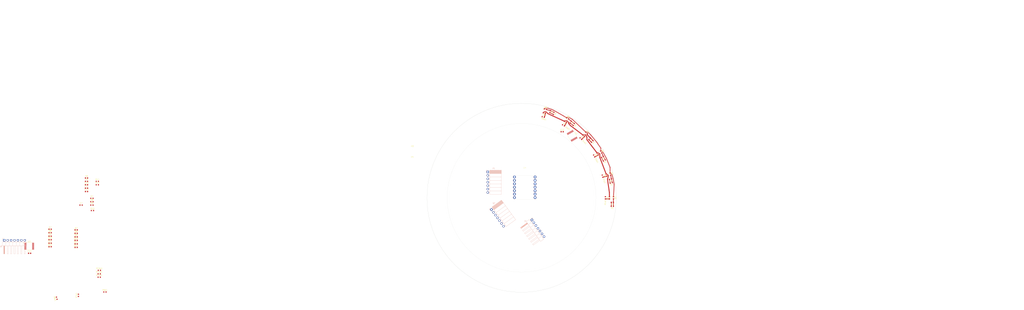
<source format=kicad_pcb>
(kicad_pcb (version 20241229) (generator "pcbnew") (generator_version "9.0")
  (layers (0 "F.Cu" signal) (2 "B.Cu" signal) (13 "F.Paste" user) (15 "B.Paste" user) (5 "F.SilkS" user "F.Silkscreen") (7 "B.SilkS" user "B.Silkscreen") (1 "F.Mask" user) (3 "B.Mask" user) (25 "Edge.Cuts" user))
  (net 0 "")
  (net 1 "GND1")
  (net 2 "Net-(Q7-E)")
  (net 3 "Net-(Q8-E)")
  (net 4 "Net-(D1-K)")
  (net 5 "Net-(D2-K)")
  (net 6 "MUX1C")
  (net 7 "Net-(Q4-E)")
  (net 8 "3v3_1")
  (net 10 "MUX1A")
  (net 11 "Net-(Q3-E)")
  (net 12 "MUX1B")
  (net 14 "MUX2B")
  (net 15 "MUX2C")
  (net 16 "Net-(Q11-E)")
  (net 17 "MUX2A")
  (net 20 "Net-(Q12-E)")
  (net 21 "LED_5V_1")
  (net 22 "MUX1COM")
  (net 23 "MUX2COM")
  (net 24 "Net-(Q1-E)")
  (net 25 "Net-(Q2-E)")
  (net 26 "Net-(Q5-E)")
  (net 27 "Net-(Q6-E)")
  (net 28 "Net-(Q9-E)")
  (net 29 "Net-(Q10-E)")
  (net 30 "Net-(D3-K)")
  (net 31 "Net-(D4-K)")
  (net 32 "Net-(D5-K)")
  (net 33 "Net-(D6-K)")
  (net 34 "Net-(D7-K)")
  (net 35 "Net-(D8-K)")
  (net 36 "Net-(D9-K)")
  (net 37 "Net-(D10-K)")
  (net 38 "Net-(D11-K)")
  (net 39 "Net-(D12-K)")
  (net 40 "3v3_1_Main")
  (net 41 "GND1_Main")
  (net 42 "MUX1A_Main")
  (net 43 "MUX1COM_Main")
  (net 44 "LED_5V_1_Main")
  (net 45 "MUX1B_Main")
  (net 46 "MUX1C_Main")
  (net 47 "MUX2B_Main")
  (net 48 "3v3_2_Main")
  (net 49 "MUX2COM_Main")
  (net 50 "MUX2A_Main")
  (net 51 "GND2_Main")
  (net 52 "LED_5V_2_Main")
  (net 53 "MUX2C_Main")
  (footprint "LED_SMD:LED_0603_1608Metric" (layer "F.Cu") (at 459.458704 49.959988 105)
    (property "Reference" "D2" (at 0 -1.43 105) (layer "F.SilkS"))
    (property "Value" "LED")
    (pad "1" smd roundrect (at -0.7875 0 105) (size 0.875 0.95) (layers "F.Cu" "F.Mask" "F.Paste") (net 5 "Net-(D2-K)"))
    (pad "2" smd roundrect (at 0.7875 0 105) (size 0.875 0.95) (layers "F.Cu" "F.Mask" "F.Paste") (net 21 "LED_5V_1"))
  )
  (footprint "Resistor_SMD:R_0603_1608Metric" (layer "F.Cu") (at 78.775 72.2)
    (property "Reference" "R9" (at 0 -1.43 0) (layer "F.SilkS"))
    (property "Value" "R")
    (pad "1" smd roundrect (at -0.825 0) (size 0.8 0.95) (layers "F.Cu" "F.Mask" "F.Paste") (net 28 "Net-(Q9-E)"))
    (pad "2" smd roundrect (at 0.825 0) (size 0.8 0.95) (layers "F.Cu" "F.Mask" "F.Paste") (net 1 "GND1"))
  )
  (footprint "LED_SMD:LED_0603_1608Metric" (layer "F.Cu") (at 430.673525 7.893499 -30)
    (property "Reference" "Q5" (at 0 -1.43 150) (layer "F.SilkS"))
    (property "Value" "Q_Photo_NPN")
    (pad "1" smd roundrect (at -0.7875 0 330) (size 0.875 0.95) (layers "F.Cu" "F.Mask" "F.Paste") (net 8 "3v3_1"))
    (pad "2" smd roundrect (at 0.7875 0 330) (size 0.875 0.95) (layers "F.Cu" "F.Mask" "F.Paste") (net 26 "Net-(Q5-E)"))
  )
  (footprint "LED_SMD:LED_0603_1608Metric" (layer "F.Cu") (at 67.1375 100.92)
    (property "Reference" "Q11" (at 0 -1.43 0) (layer "F.SilkS"))
    (property "Value" "Q_Photo_NPN")
    (pad "1" smd roundrect (at -0.7875 0) (size 0.875 0.95) (layers "F.Cu" "F.Mask" "F.Paste") (net 8 "3v3_1"))
    (pad "2" smd roundrect (at 0.7875 0) (size 0.875 0.95) (layers "F.Cu" "F.Mask" "F.Paste") (net 16 "Net-(Q11-E)"))
  )
  (footprint "Resistor_SMD:R_0603_1608Metric" (layer "F.Cu") (at 427.673525 13.089651 150)
    (property "Reference" "R5d1" (at -3.713165 -0.33139 150) (layer "F.SilkS"))
    (property "Value" "R")
    (pad "1" smd roundrect (at -0.825 0 150) (size 0.8 0.95) (layers "F.Cu" "F.Mask" "F.Paste") (net 32 "Net-(D5-K)"))
    (pad "2" smd roundrect (at 0.825 0 150) (size 0.8 0.95) (layers "F.Cu" "F.Mask" "F.Paste") (net 1 "GND1"))
  )
  (footprint "LED_SMD:LED_0603_1608Metric" (layer "F.Cu") (at 67.1375 95.74)
    (property "Reference" "Q9" (at 0 -1.43 0) (layer "F.SilkS"))
    (property "Value" "Q_Photo_NPN")
    (pad "1" smd roundrect (at -0.7875 0) (size 0.875 0.95) (layers "F.Cu" "F.Mask" "F.Paste") (net 8 "3v3_1"))
    (pad "2" smd roundrect (at 0.7875 0) (size 0.875 0.95) (layers "F.Cu" "F.Mask" "F.Paste") (net 28 "Net-(Q9-E)"))
  )
  (footprint "MountingHole:MountingHole_3.2mm_M3" (layer "F.Cu") (at 315.823525 40.633226)
    (property "Reference" "H4" (at 0 -4.15 0) (layer "F.SilkS"))
    (property "Value" "MountingHole")
    (pad "" np_thru_hole circle (at 0 0) (size 3.2 3.2) (drill 3.2) (layers "*.Cu" "*.Mask"))
  )
  (footprint "Capacitor_SMD:C_0603_1608Metric" (layer "F.Cu") (at 463.823525 70.133226 180)
    (property "Reference" "C1" (at 0 -1.43 0) (layer "F.SilkS"))
    (property "Value" "C")
    (pad "1" smd roundrect (at -0.775 0 180) (size 0.9 0.95) (layers "F.Cu" "F.Mask" "F.Paste") (net 24 "Net-(Q1-E)"))
    (pad "2" smd roundrect (at 0.775 0 180) (size 0.9 0.95) (layers "F.Cu" "F.Mask" "F.Paste") (net 1 "GND1"))
  )
  (footprint "Resistor_SMD:R_0603_1608Metric" (layer "F.Cu") (at 456.560926 50.736445 105)
    (property "Reference" "R2d1" (at -3.752712 0.301603 105) (layer "F.SilkS"))
    (property "Value" "R")
    (pad "1" smd roundrect (at -0.825 0 105) (size 0.8 0.95) (layers "F.Cu" "F.Mask" "F.Paste") (net 5 "Net-(D2-K)"))
    (pad "2" smd roundrect (at 0.825 0 105) (size 0.8 0.95) (layers "F.Cu" "F.Mask" "F.Paste") (net 1 "GND1"))
  )
  (footprint "LED_SMD:LED_0603_1608Metric" (layer "F.Cu") (at 462.356481 49.183531 -75)
    (property "Reference" "Q2" (at 0 -1.43 105) (layer "F.SilkS"))
    (property "Value" "Q_Photo_NPN")
    (pad "1" smd roundrect (at -0.7875 0 285) (size 0.875 0.95) (layers "F.Cu" "F.Mask" "F.Paste") (net 8 "3v3_1"))
    (pad "2" smd roundrect (at 0.7875 0 285) (size 0.875 0.95) (layers "F.Cu" "F.Mask" "F.Paste") (net 25 "Net-(Q2-E)"))
  )
  (footprint "LED_SMD:LED_0603_1608Metric" (layer "F.Cu") (at 47.8625 97.84)
    (property "Reference" "D10" (at 0 -1.43 0) (layer "F.SilkS"))
    (property "Value" "LED")
    (pad "1" smd roundrect (at -0.7875 0) (size 0.875 0.95) (layers "F.Cu" "F.Mask" "F.Paste") (net 37 "Net-(D10-K)"))
    (pad "2" smd roundrect (at 0.7875 0) (size 0.875 0.95) (layers "F.Cu" "F.Mask" "F.Paste") (net 21 "LED_5V_1"))
  )
  (footprint "Capacitor_SMD:C_0603_1608Metric" (layer "F.Cu") (at 74.765 62.16)
    (property "Reference" "C12" (at 0 -1.43 0) (layer "F.SilkS"))
    (property "Value" "C")
    (pad "1" smd roundrect (at -0.775 0) (size 0.9 0.95) (layers "F.Cu" "F.Mask" "F.Paste") (net 20 "Net-(Q12-E)"))
    (pad "2" smd roundrect (at 0.775 0) (size 0.9 0.95) (layers "F.Cu" "F.Mask" "F.Paste") (net 1 "GND1"))
  )
  (footprint "Resistor_SMD:R_0603_1608Metric" (layer "F.Cu") (at 412.720306 6.895825 165)
    (property "Reference" "R6d1" (at -0.896922 -1.403069 165) (layer "F.SilkS"))
    (property "Value" "R")
    (pad "1" smd roundrect (at -0.825 0 165) (size 0.8 0.95) (layers "F.Cu" "F.Mask" "F.Paste") (net 33 "Net-(D6-K)"))
    (pad "2" smd roundrect (at 0.825 0 165) (size 0.8 0.95) (layers "F.Cu" "F.Mask" "F.Paste") (net 1 "GND1"))
  )
  (footprint "Capacitor_SMD:C_0603_1608Metric" (layer "F.Cu") (at 447.023525 22.983226 -135)
    (property "Reference" "C4" (at 0 -1.43 45) (layer "F.SilkS"))
    (property "Value" "C")
    (pad "1" smd roundrect (at -0.775 0 225) (size 0.9 0.95) (layers "F.Cu" "F.Mask" "F.Paste") (net 7 "Net-(Q4-E)"))
    (pad "2" smd roundrect (at 0.775 0 225) (size 0.9 0.95) (layers "F.Cu" "F.Mask" "F.Paste") (net 1 "GND1"))
  )
  (footprint "LED_SMD:LED_0603_1608Metric" (layer "F.Cu") (at 67.1375 98.33)
    (property "Reference" "Q10" (at 0 -1.43 0) (layer "F.SilkS"))
    (property "Value" "Q_Photo_NPN")
    (pad "1" smd roundrect (at -0.7875 0) (size 0.875 0.95) (layers "F.Cu" "F.Mask" "F.Paste") (net 8 "3v3_1"))
    (pad "2" smd roundrect (at 0.7875 0) (size 0.875 0.95) (layers "F.Cu" "F.Mask" "F.Paste") (net 29 "Net-(Q10-E)"))
  )
  (footprint "LED_SMD:LED_0603_1608Metric" (layer "F.Cu") (at 67.1375 93.15)
    (property "Reference" "Q8" (at 0 -1.43 0) (layer "F.SilkS"))
    (property "Value" "Q_Photo_NPN")
    (pad "1" smd roundrect (at -0.7875 0) (size 0.875 0.95) (layers "F.Cu" "F.Mask" "F.Paste") (net 8 "3v3_1"))
    (pad "2" smd roundrect (at 0.7875 0) (size 0.875 0.95) (layers "F.Cu" "F.Mask" "F.Paste") (net 3 "Net-(Q8-E)"))
  )
  (footprint "LED_SMD:LED_0603_1608Metric" (layer "F.Cu") (at 461.673525 66.783226 90)
    (property "Reference" "D1" (at 0 -1.43 90) (layer "F.SilkS"))
    (property "Value" "LED")
    (pad "1" smd roundrect (at -0.7875 0 90) (size 0.875 0.95) (layers "F.Cu" "F.Mask" "F.Paste") (net 4 "Net-(D1-K)"))
    (pad "2" smd roundrect (at 0.7875 0 90) (size 0.875 0.95) (layers "F.Cu" "F.Mask" "F.Paste") (net 21 "LED_5V_1"))
  )
  (footprint "Resistor_SMD:R_0603_1608Metric" (layer "F.Cu") (at 463.823525 73.083226 180)
    (property "Reference" "R1" (at 0 -1.43 0) (layer "F.SilkS"))
    (property "Value" "R")
    (pad "1" smd roundrect (at -0.825 0 180) (size 0.8 0.95) (layers "F.Cu" "F.Mask" "F.Paste") (net 24 "Net-(Q1-E)"))
    (pad "2" smd roundrect (at 0.825 0 180) (size 0.8 0.95) (layers "F.Cu" "F.Mask" "F.Paste") (net 1 "GND1"))
  )
  (footprint "LED_SMD:LED_0603_1608Metric" (layer "F.Cu") (at 414.27322 1.10027 -15)
    (property "Reference" "Q6" (at 0 -1.43 165) (layer "F.SilkS"))
    (property "Value" "Q_Photo_NPN")
    (pad "1" smd roundrect (at -0.7875 0 345) (size 0.875 0.95) (layers "F.Cu" "F.Mask" "F.Paste") (net 8 "3v3_1"))
    (pad "2" smd roundrect (at 0.7875 0 345) (size 0.875 0.95) (layers "F.Cu" "F.Mask" "F.Paste") (net 27 "Net-(Q6-E)"))
  )
  (footprint "LED_SMD:LED_0603_1608Metric" (layer "F.Cu") (at 413.496763 3.998047 165)
    (property "Reference" "D6" (at 0 -1.43 165) (layer "F.SilkS"))
    (property "Value" "LED")
    (pad "1" smd roundrect (at -0.7875 0 165) (size 0.875 0.95) (layers "F.Cu" "F.Mask" "F.Paste") (net 33 "Net-(D6-K)"))
    (pad "2" smd roundrect (at 0.7875 0 165) (size 0.875 0.95) (layers "F.Cu" "F.Mask" "F.Paste") (net 21 "LED_5V_1"))
  )
  (footprint "Capacitor_SMD:C_0603_1608Metric" (layer "F.Cu") (at 426.723525 17.833226)
    (property "Reference" "C13" (at 0 -1.43 0) (layer "F.SilkS"))
    (property "Value" "C")
    (pad "1" smd roundrect (at -0.775 0) (size 0.9 0.95) (layers "F.Cu" "F.Mask" "F.Paste") (net 1 "GND1"))
    (pad "2" smd roundrect (at 0.775 0) (size 0.9 0.95) (layers "F.Cu" "F.Mask" "F.Paste") (net 8 "3v3_1"))
  )
  (footprint "Resistor_SMD:R_0603_1608Metric" (layer "F.Cu") (at 84.295 120.54)
    (property "Reference" "R10d1" (at 0 -1.43 0) (layer "F.SilkS"))
    (property "Value" "R")
    (pad "1" smd roundrect (at -0.825 0) (size 0.8 0.95) (layers "F.Cu" "F.Mask" "F.Paste") (net 37 "Net-(D10-K)"))
    (pad "2" smd roundrect (at 0.825 0) (size 0.8 0.95) (layers "F.Cu" "F.Mask" "F.Paste") (net 1 "GND1"))
  )
  (footprint "Capacitor_SMD:C_0603_1608Metric" (layer "F.Cu") (at 74.765 52.12)
    (property "Reference" "C8" (at 0 -1.43 0) (layer "F.SilkS"))
    (property "Value" "C")
    (pad "1" smd roundrect (at -0.775 0) (size 0.9 0.95) (layers "F.Cu" "F.Mask" "F.Paste") (net 3 "Net-(Q8-E)"))
    (pad "2" smd roundrect (at 0.775 0) (size 0.9 0.95) (layers "F.Cu" "F.Mask" "F.Paste") (net 1 "GND1"))
  )
  (footprint "Capacitor_SMD:C_0603_1608Metric" (layer "F.Cu") (at 462.373525 52.933226 -165)
    (property "Reference" "C2" (at -0.000001 -1.43 15) (layer "F.SilkS"))
    (property "Value" "C")
    (pad "1" smd roundrect (at -0.775001 0 195) (size 0.9 0.95) (layers "F.Cu" "F.Mask" "F.Paste") (net 25 "Net-(Q2-E)"))
    (pad "2" smd roundrect (at 0.775001 0 195) (size 0.9 0.95) (layers "F.Cu" "F.Mask" "F.Paste") (net 1 "GND1"))
  )
  (footprint "Capacitor_SMD:C_0603_1608Metric" (layer "F.Cu") (at 32.65 107.9)
    (property "Reference" "C14" (at 0 -1.43 0) (layer "F.SilkS"))
    (property "Value" "C")
    (pad "1" smd roundrect (at -0.775 0) (size 0.9 0.95) (layers "F.Cu" "F.Mask" "F.Paste") (net 1 "GND1"))
    (pad "2" smd roundrect (at 0.775 0) (size 0.9 0.95) (layers "F.Cu" "F.Mask" "F.Paste") (net 8 "3v3_1"))
  )
  (footprint "LED_SMD:LED_0603_1608Metric" (layer "F.Cu") (at 47.8625 100.43)
    (property "Reference" "D11" (at 0 -1.43 0) (layer "F.SilkS"))
    (property "Value" "LED")
    (pad "1" smd roundrect (at -0.7875 0) (size 0.875 0.95) (layers "F.Cu" "F.Mask" "F.Paste") (net 38 "Net-(D11-K)"))
    (pad "2" smd roundrect (at 0.7875 0) (size 0.875 0.95) (layers "F.Cu" "F.Mask" "F.Paste") (net 21 "LED_5V_1"))
  )
  (footprint "MountingHole:MountingHole_3.2mm_M3" (layer "F.Cu") (at 315.823525 32.683226)
    (property "Reference" "H3" (at 0 -4.15 0) (layer "F.SilkS"))
    (property "Value" "MountingHole")
    (pad "" np_thru_hole circle (at 0 0) (size 3.2 3.2) (drill 3.2) (layers "*.Cu" "*.Mask"))
  )
  (footprint "LED_SMD:LED_0603_1608Metric" (layer "F.Cu") (at 47.8625 90.07)
    (property "Reference" "D7" (at 0 -1.43 0) (layer "F.SilkS"))
    (property "Value" "LED")
    (pad "1" smd roundrect (at -0.7875 0) (size 0.875 0.95) (layers "F.Cu" "F.Mask" "F.Paste") (net 34 "Net-(D7-K)"))
    (pad "2" smd roundrect (at 0.7875 0) (size 0.875 0.95) (layers "F.Cu" "F.Mask" "F.Paste") (net 21 "LED_5V_1"))
  )
  (footprint "Resistor_SMD:R_0603_1608Metric" (layer "F.Cu") (at 78.775 69.69)
    (property "Reference" "R8" (at 0 -1.43 0) (layer "F.SilkS"))
    (property "Value" "R")
    (pad "1" smd roundrect (at -0.825 0) (size 0.8 0.95) (layers "F.Cu" "F.Mask" "F.Paste") (net 3 "Net-(Q8-E)"))
    (pad "2" smd roundrect (at 0.825 0) (size 0.8 0.95) (layers "F.Cu" "F.Mask" "F.Paste") (net 1 "GND1"))
  )
  (footprint "Package_SO:TSSOP-16_4.4x5mm_P0.65mm" (layer "F.Cu") (at 434.073525 20.833226 -60)
    (property "Reference" "U1" (at 0 -3.449999 120) (layer "F.SilkS"))
    (property "Value" "~")
    (pad "1" smd roundrect (at -2.8625 -2.275 300) (size 1.475 0.4) (layers "F.Cu" "F.Mask" "F.Paste") (net 7 "Net-(Q4-E)"))
    (pad "2" smd roundrect (at -2.8625 -1.625 300) (size 1.475 0.4) (layers "F.Cu" "F.Mask" "F.Paste") (net 11 "Net-(Q3-E)"))
    (pad "3" smd roundrect (at -2.8625 -0.975 300) (size 1.475 0.4) (layers "F.Cu" "F.Mask" "F.Paste") (net 22 "MUX1COM"))
    (pad "4" smd roundrect (at -2.8625 -0.325 300) (size 1.475 0.4) (layers "F.Cu" "F.Mask" "F.Paste") (net 25 "Net-(Q2-E)"))
    (pad "5" smd roundrect (at -2.8625 0.325 300) (size 1.475 0.4) (layers "F.Cu" "F.Mask" "F.Paste") (net 24 "Net-(Q1-E)"))
    (pad "6" smd roundrect (at -2.8625 0.975 300) (size 1.475 0.4) (layers "F.Cu" "F.Mask" "F.Paste") (net 1 "GND1"))
    (pad "7" smd roundrect (at -2.8625 1.625 300) (size 1.475 0.4) (layers "F.Cu" "F.Mask" "F.Paste") (net 1 "GND1"))
    (pad "8" smd roundrect (at -2.8625 2.275 300) (size 1.475 0.4) (layers "F.Cu" "F.Mask" "F.Paste") (net 1 "GND1"))
    (pad "9" smd roundrect (at 2.8625 2.275 300) (size 1.475 0.4) (layers "F.Cu" "F.Mask" "F.Paste") (net 6 "MUX1C"))
    (pad "10" smd roundrect (at 2.8625 1.625 300) (size 1.475 0.4) (layers "F.Cu" "F.Mask" "F.Paste") (net 12 "MUX1B"))
    (pad "11" smd roundrect (at 2.8625 0.975 300) (size 1.475 0.4) (layers "F.Cu" "F.Mask" "F.Paste") (net 10 "MUX1A"))
    (pad "12" smd roundrect (at 2.8625 0.325 300) (size 1.475 0.4) (layers "F.Cu" "F.Mask" "F.Paste"))
    (pad "13" smd roundrect (at 2.8625 -0.325 300) (size 1.475 0.4) (layers "F.Cu" "F.Mask" "F.Paste"))
    (pad "14" smd roundrect (at 2.8625 -0.975 300) (size 1.475 0.4) (layers "F.Cu" "F.Mask" "F.Paste") (net 27 "Net-(Q6-E)"))
    (pad "15" smd roundrect (at 2.8625 -1.625 300) (size 1.475 0.4) (layers "F.Cu" "F.Mask" "F.Paste") (net 26 "Net-(Q5-E)"))
    (pad "16" smd roundrect (at 2.8625 -2.275 300) (size 1.475 0.4) (layers "F.Cu" "F.Mask" "F.Paste") (net 8 "3v3_1"))
  )
  (footprint "Resistor_SMD:R_0603_1608Metric" (layer "F.Cu") (at 463.026636 55.746752 -165)
    (property "Reference" "R2" (at 0 -1.43 15) (layer "F.SilkS"))
    (property "Value" "R")
    (pad "1" smd roundrect (at -0.825 0 195) (size 0.8 0.95) (layers "F.Cu" "F.Mask" "F.Paste") (net 25 "Net-(Q2-E)"))
    (pad "2" smd roundrect (at 0.825 0 195) (size 0.8 0.95) (layers "F.Cu" "F.Mask" "F.Paste") (net 1 "GND1"))
  )
  (footprint "MountingHole:MountingHole_3.2mm_M3" (layer "F.Cu") (at 420.117393 11.552935)
    (property "Reference" "H2" (hide yes))
    (property "Value" "MountingHole" (hide yes))
    (pad "" np_thru_hole circle (at 0 0) (size 3.2 3.2) (drill 3.2) (layers "*.Cu" "*.Mask"))
  )
  (footprint "Resistor_SMD:R_0603_1608Metric" (layer "F.Cu") (at 82.785 57.14)
    (property "Reference" "R12" (at 0 -1.43 0) (layer "F.SilkS"))
    (property "Value" "R")
    (pad "1" smd roundrect (at -0.825 0) (size 0.8 0.95) (layers "F.Cu" "F.Mask" "F.Paste") (net 20 "Net-(Q12-E)"))
    (pad "2" smd roundrect (at 0.825 0) (size 0.8 0.95) (layers "F.Cu" "F.Mask" "F.Paste") (net 1 "GND1"))
  )
  (footprint "Resistor_SMD:R_0603_1608Metric" (layer "F.Cu") (at 88.395 136.59)
    (property "Reference" "R9d1" (at 0 -1.43 0) (layer "F.SilkS"))
    (property "Value" "R")
    (pad "1" smd roundrect (at -0.825 0) (size 0.8 0.95) (layers "F.Cu" "F.Mask" "F.Paste") (net 36 "Net-(D9-K)"))
    (pad "2" smd roundrect (at 0.825 0) (size 0.8 0.95) (layers "F.Cu" "F.Mask" "F.Paste") (net 1 "GND1"))
  )
  (footprint "Resistor_SMD:R_0603_1608Metric" (layer "F.Cu") (at 450.3671 35.783226 120)
    (property "Reference" "R3d1" (at -3.916 -0.117289 120) (layer "F.SilkS"))
    (property "Value" "R")
    (pad "1" smd roundrect (at -0.825 0 120) (size 0.8 0.95) (layers "F.Cu" "F.Mask" "F.Paste") (net 30 "Net-(D3-K)"))
    (pad "2" smd roundrect (at 0.825 0 120) (size 0.8 0.95) (layers "F.Cu" "F.Mask" "F.Paste") (net 1 "GND1"))
  )
  (footprint "LED_SMD:LED_0603_1608Metric" (layer "F.Cu") (at 67.1375 103.51)
    (property "Reference" "Q12" (at 0 -1.43 0) (layer "F.SilkS"))
    (property "Value" "Q_Photo_NPN")
    (pad "1" smd roundrect (at -0.7875 0) (size 0.875 0.95) (layers "F.Cu" "F.Mask" "F.Paste") (net 8 "3v3_1"))
    (pad "2" smd roundrect (at 0.7875 0) (size 0.875 0.95) (layers "F.Cu" "F.Mask" "F.Paste") (net 20 "Net-(Q12-E)"))
  )
  (footprint "Resistor_SMD:R_0603_1608Metric" (layer "F.Cu") (at 420.423525 4.233226 -105)
    (property "Reference" "R6" (at 0 -1.43 75) (layer "F.SilkS"))
    (property "Value" "R")
    (pad "1" smd roundrect (at -0.825 0 255) (size 0.8 0.95) (layers "F.Cu" "F.Mask" "F.Paste") (net 27 "Net-(Q6-E)"))
    (pad "2" smd roundrect (at 0.825 0 255) (size 0.8 0.95) (layers "F.Cu" "F.Mask" "F.Paste") (net 1 "GND1"))
  )
  (footprint "Resistor_SMD:R_0603_1608Metric" (layer "F.Cu") (at 435.311025 12.497697 -120)
    (property "Reference" "R5" (at 0 -1.43 60) (layer "F.SilkS"))
    (property "Value" "R")
    (pad "1" smd roundrect (at -0.825 0 240) (size 0.8 0.95) (layers "F.Cu" "F.Mask" "F.Paste") (net 26 "Net-(Q5-E)"))
    (pad "2" smd roundrect (at 0.825 0 240) (size 0.8 0.95) (layers "F.Cu" "F.Mask" "F.Paste") (net 1 "GND1"))
  )
  (footprint "Resistor_SMD:R_0603_1608Metric" (layer "F.Cu") (at 70.755 72.2)
    (property "Reference" "C7" (at 0 -1.43 0) (layer "F.SilkS"))
    (property "Value" "C")
    (pad "1" smd roundrect (at -0.825 0) (size 0.8 0.95) (layers "F.Cu" "F.Mask" "F.Paste") (net 2 "Net-(Q7-E)"))
    (pad "2" smd roundrect (at 0.825 0) (size 0.8 0.95) (layers "F.Cu" "F.Mask" "F.Paste") (net 1 "GND1"))
  )
  (footprint "LED_SMD:LED_0603_1608Metric" (layer "F.Cu") (at 47.8625 92.66)
    (property "Reference" "D8" (at 0 -1.43 0) (layer "F.SilkS"))
    (property "Value" "LED")
    (pad "1" smd roundrect (at -0.7875 0) (size 0.875 0.95) (layers "F.Cu" "F.Mask" "F.Paste") (net 35 "Net-(D8-K)"))
    (pad "2" smd roundrect (at 0.7875 0) (size 0.875 0.95) (layers "F.Cu" "F.Mask" "F.Paste") (net 21 "LED_5V_1"))
  )
  (footprint "Capacitor_SMD:C_0603_1608Metric" (layer "F.Cu") (at 433.023525 10.683226 -120)
    (property "Reference" "C5" (at 0 -1.43 60) (layer "F.SilkS"))
    (property "Value" "C")
    (pad "1" smd roundrect (at -0.775 0 240) (size 0.9 0.95) (layers "F.Cu" "F.Mask" "F.Paste") (net 26 "Net-(Q5-E)"))
    (pad "2" smd roundrect (at 0.775 0 240) (size 0.9 0.95) (layers "F.Cu" "F.Mask" "F.Paste") (net 1 "GND1"))
  )
  (footprint "LED_SMD:LED_0603_1608Metric" (layer "F.Cu") (at 67.1375 90.56)
    (property "Reference" "Q7" (at 0 -1.43 0) (layer "F.SilkS"))
    (property "Value" "Q_Photo_NPN")
    (pad "1" smd roundrect (at -0.7875 0) (size 0.875 0.95) (layers "F.Cu" "F.Mask" "F.Paste") (net 8 "3v3_1"))
    (pad "2" smd roundrect (at 0.7875 0) (size 0.875 0.95) (layers "F.Cu" "F.Mask" "F.Paste") (net 2 "Net-(Q7-E)"))
  )
  (footprint "Resistor_SMD:R_0603_1608Metric" (layer "F.Cu") (at 440.514145 22.942606 135)
    (property "Reference" "R4d1" (at -3.747666 -0.057445 135) (layer "F.SilkS"))
    (property "Value" "R")
    (pad "1" smd roundrect (at -0.825 0 135) (size 0.8 0.95) (layers "F.Cu" "F.Mask" "F.Paste") (net 31 "Net-(D4-K)"))
    (pad "2" smd roundrect (at 0.825 0 135) (size 0.8 0.95) (layers "F.Cu" "F.Mask" "F.Paste") (net 1 "GND1"))
  )
  (footprint "Capacitor_SMD:C_0603_1608Metric" (layer "F.Cu") (at 456.444695 36.445726 -150)
    (property "Reference" "C3" (at 0 -1.43 30) (layer "F.SilkS"))
    (property "Value" "C")
    (pad "1" smd roundrect (at -0.775 0 210) (size 0.9 0.95) (layers "F.Cu" "F.Mask" "F.Paste") (net 11 "Net-(Q3-E)"))
    (pad "2" smd roundrect (at 0.775 0 210) (size 0.9 0.95) (layers "F.Cu" "F.Mask" "F.Paste") (net 1 "GND1"))
  )
  (footprint "Resistor_SMD:R_0603_1608Metric" (layer "F.Cu") (at 79.175 76.25)
    (property "Reference" "R10" (at 0 -1.43 0) (layer "F.SilkS"))
    (property "Value" "R")
    (pad "1" smd roundrect (at -0.825 0) (size 0.8 0.95) (layers "F.Cu" "F.Mask" "F.Paste") (net 29 "Net-(Q10-E)"))
    (pad "2" smd roundrect (at 0.825 0) (size 0.8 0.95) (layers "F.Cu" "F.Mask" "F.Paste") (net 1 "GND1"))
  )
  (footprint "LED_SMD:LED_0603_1608Metric" (layer "F.Cu") (at 429.123525 10.491575 150)
    (property "Reference" "D5" (at 0 -1.43 150) (layer "F.SilkS"))
    (property "Value" "LED")
    (pad "1" smd roundrect (at -0.7875 0 150) (size 0.875 0.95) (layers "F.Cu" "F.Mask" "F.Paste") (net 32 "Net-(D5-K)"))
    (pad "2" smd roundrect (at 0.7875 0 150) (size 0.875 0.95) (layers "F.Cu" "F.Mask" "F.Paste") (net 21 "LED_5V_1"))
  )
  (footprint "Resistor_SMD:R_0603_1608Metric" (layer "F.Cu") (at 448.990162 25.066589 -135)
    (property "Reference" "R4" (at 0 -1.43 45) (layer "F.SilkS"))
    (property "Value" "R")
    (pad "1" smd roundrect (at -0.825 0 225) (size 0.8 0.95) (layers "F.Cu" "F.Mask" "F.Paste") (net 7 "Net-(Q4-E)"))
    (pad "2" smd roundrect (at 0.825 0 225) (size 0.8 0.95) (layers "F.Cu" "F.Mask" "F.Paste") (net 1 "GND1"))
  )
  (footprint "MountingHole:MountingHole_3.2mm_M3" (layer "F.Cu") (at 456.226294 59.471065)
    (property "Reference" "H1" (hide yes))
    (property "Value" "MountingHole" (hide yes))
    (pad "" np_thru_hole circle (at 0 0) (size 3.2 3.2) (drill 3.2) (layers "*.Cu" "*.Mask"))
  )
  (footprint "Capacitor_SMD:C_0603_1608Metric" (layer "F.Cu") (at 74.765 54.63)
    (property "Reference" "C9" (at 0 -1.43 0) (layer "F.SilkS"))
    (property "Value" "C")
    (pad "1" smd roundrect (at -0.775 0) (size 0.9 0.95) (layers "F.Cu" "F.Mask" "F.Paste") (net 28 "Net-(Q9-E)"))
    (pad "2" smd roundrect (at 0.775 0) (size 0.9 0.95) (layers "F.Cu" "F.Mask" "F.Paste") (net 1 "GND1"))
  )
  (footprint "LED_SMD:LED_0603_1608Metric" (layer "F.Cu") (at 452.965176 34.283226 120)
    (property "Reference" "D3" (at 0 -1.43 120) (layer "F.SilkS"))
    (property "Value" "LED")
    (pad "1" smd roundrect (at -0.7875 0 120) (size 0.875 0.95) (layers "F.Cu" "F.Mask" "F.Paste") (net 30 "Net-(D3-K)"))
    (pad "2" smd roundrect (at 0.7875 0 120) (size 0.875 0.95) (layers "F.Cu" "F.Mask" "F.Paste") (net 21 "LED_5V_1"))
  )
  (footprint "Resistor_SMD:R_0603_1608Metric" (layer "F.Cu") (at 52.753219 141.187599 105)
    (property "Reference" "R8d1" (at 0 -1.43 105) (layer "F.SilkS"))
    (property "Value" "R")
    (pad "1" smd roundrect (at -0.825 0 105) (size 0.8 0.95) (layers "F.Cu" "F.Mask" "F.Paste") (net 35 "Net-(D8-K)"))
    (pad "2" smd roundrect (at 0.825 0 105) (size 0.8 0.95) (layers "F.Cu" "F.Mask" "F.Paste") (net 1 "GND1"))
  )
  (footprint "Resistor_SMD:R_0603_1608Metric" (layer "F.Cu") (at 457.887996 39.120726 -150)
    (property "Reference" "R3" (at 0 -1.43 30) (layer "F.SilkS"))
    (property "Value" "R")
    (pad "1" smd roundrect (at -0.825 0 210) (size 0.8 0.95) (layers "F.Cu" "F.Mask" "F.Paste") (net 11 "Net-(Q3-E)"))
    (pad "2" smd roundrect (at 0.825 0 210) (size 0.8 0.95) (layers "F.Cu" "F.Mask" "F.Paste") (net 1 "GND1"))
  )
  (footprint "LED_SMD:LED_0603_1608Metric" (layer "F.Cu") (at 47.8625 103.02)
    (property "Reference" "D12" (at 0 -1.43 0) (layer "F.SilkS"))
    (property "Value" "LED")
    (pad "1" smd roundrect (at -0.7875 0) (size 0.875 0.95) (layers "F.Cu" "F.Mask" "F.Paste") (net 39 "Net-(D12-K)"))
    (pad "2" smd roundrect (at 0.7875 0) (size 0.875 0.95) (layers "F.Cu" "F.Mask" "F.Paste") (net 21 "LED_5V_1"))
  )
  (footprint "Capacitor_SMD:C_0603_1608Metric" (layer "F.Cu") (at 74.765 59.65)
    (property "Reference" "C11" (at 0 -1.43 0) (layer "F.SilkS"))
    (property "Value" "C")
    (pad "1" smd roundrect (at -0.775 0) (size 0.9 0.95) (layers "F.Cu" "F.Mask" "F.Paste") (net 16 "Net-(Q11-E)"))
    (pad "2" smd roundrect (at 0.775 0) (size 0.9 0.95) (layers "F.Cu" "F.Mask" "F.Paste") (net 1 "GND1"))
  )
  (footprint "LED_SMD:LED_0603_1608Metric" (layer "F.Cu") (at 455.563252 32.783226 -60)
    (property "Reference" "Q3" (at 0 -1.43 120) (layer "F.SilkS"))
    (property "Value" "Q_Photo_NPN")
    (pad "1" smd roundrect (at -0.7875 0 300) (size 0.875 0.95) (layers "F.Cu" "F.Mask" "F.Paste") (net 8 "3v3_1"))
    (pad "2" smd roundrect (at 0.7875 0 300) (size 0.875 0.95) (layers "F.Cu" "F.Mask" "F.Paste") (net 11 "Net-(Q3-E)"))
  )
  (footprint "Resistor_SMD:R_0603_1608Metric" (layer "F.Cu") (at 84.175 125.65)
    (property "Reference" "R12d1" (at 0 -1.43 0) (layer "F.SilkS"))
    (property "Value" "R")
    (pad "1" smd roundrect (at -0.825 0) (size 0.8 0.95) (layers "F.Cu" "F.Mask" "F.Paste") (net 39 "Net-(D12-K)"))
    (pad "2" smd roundrect (at 0.825 0) (size 0.8 0.95) (layers "F.Cu" "F.Mask" "F.Paste") (net 1 "GND1"))
  )
  (footprint "Resistor_SMD:R_0603_1608Metric" (layer "F.Cu") (at 82.785 54.63)
    (property "Reference" "R11" (at 0 -1.43 0) (layer "F.SilkS"))
    (property "Value" "R")
    (pad "1" smd roundrect (at -0.825 0) (size 0.8 0.95) (layers "F.Cu" "F.Mask" "F.Paste") (net 16 "Net-(Q11-E)"))
    (pad "2" smd roundrect (at 0.825 0) (size 0.8 0.95) (layers "F.Cu" "F.Mask" "F.Paste") (net 1 "GND1"))
  )
  (footprint "LED_SMD:LED_0603_1608Metric" (layer "F.Cu") (at 464.673525 66.783226 -90)
    (property "Reference" "Q1" (at 0 -1.43 90) (layer "F.SilkS"))
    (property "Value" "Q_Photo_NPN")
    (pad "1" smd roundrect (at -0.7875 0 270) (size 0.875 0.95) (layers "F.Cu" "F.Mask" "F.Paste") (net 8 "3v3_1"))
    (pad "2" smd roundrect (at 0.7875 0 270) (size 0.875 0.95) (layers "F.Cu" "F.Mask" "F.Paste") (net 24 "Net-(Q1-E)"))
  )
  (footprint "seeeduino:名称未設定" (layer "F.Cu") (at 399.023525 58.983226)
    (property "Reference" "U4" (at 0 -14.5 0) (layer "F.SilkS") (effects (font (thickness 0.1))))
    (property "Value" "~")
    (fp_poly (pts (xy -8.89 -8.89) (xy -8.89 8.89) (xy 8.89 8.89) (xy 8.89 -8.89)) (stroke (width 0.05)) (fill no) (layer "Edge.Cuts"))
    (pad "1" thru_hole circle (at -7.62 -7.62) (size 2 2) (drill 1) (layers "*.Cu" "*.Mask"))
    (pad "2" thru_hole circle (at -7.62 -5.08) (size 2 2) (drill 1) (layers "*.Cu" "*.Mask"))
    (pad "3" thru_hole circle (at -7.62 -2.54) (size 2 2) (drill 1) (layers "*.Cu" "*.Mask"))
    (pad "4" thru_hole circle (at -7.62 0) (size 2 2) (drill 1) (layers "*.Cu" "*.Mask"))
    (pad "5" thru_hole circle (at -7.62 2.54) (size 2 2) (drill 1) (layers "*.Cu" "*.Mask"))
    (pad "6" thru_hole circle (at -7.62 5.08) (size 2 2) (drill 1) (layers "*.Cu" "*.Mask"))
    (pad "7" thru_hole circle (at -7.62 7.62) (size 2 2) (drill 1) (layers "*.Cu" "*.Mask"))
    (pad "8" thru_hole circle (at 7.62 7.62) (size 2 2) (drill 1) (layers "*.Cu" "*.Mask"))
    (pad "9" thru_hole circle (at 7.62 5.08) (size 2 2) (drill 1) (layers "*.Cu" "*.Mask"))
    (pad "10" thru_hole circle (at 7.62 2.54) (size 2 2) (drill 1) (layers "*.Cu" "*.Mask"))
    (pad "11" thru_hole circle (at 7.62 0) (size 2 2) (drill 1) (layers "*.Cu" "*.Mask"))
    (pad "12" thru_hole circle (at 7.62 -2.54) (size 2 2) (drill 1) (layers "*.Cu" "*.Mask"))
    (pad "13" thru_hole circle (at 7.62 -5.08) (size 2 2) (drill 1) (layers "*.Cu" "*.Mask"))
    (pad "14" thru_hole circle (at 7.62 -7.62) (size 2 2) (drill 1) (layers "*.Cu" "*.Mask"))
  )
  (footprint "LED_SMD:LED_0603_1608Metric" (layer "F.Cu") (at 442.635466 20.821285 135)
    (property "Reference" "D4" (at 0 -1.43 135) (layer "F.SilkS"))
    (property "Value" "LED")
    (pad "1" smd roundrect (at -0.787501 0 135) (size 0.875 0.95) (layers "F.Cu" "F.Mask" "F.Paste") (net 31 "Net-(D4-K)"))
    (pad "2" smd roundrect (at 0.787501 0 135) (size 0.875 0.95) (layers "F.Cu" "F.Mask" "F.Paste") (net 21 "LED_5V_1"))
  )
  (footprint "Resistor_SMD:R_0603_1608Metric" (layer "F.Cu") (at 458.673525 66.783226 90)
    (property "Reference" "R1d1" (at -3.45 -0.05 90) (layer "F.SilkS"))
    (property "Value" "R")
    (pad "1" smd roundrect (at -0.825 0 90) (size 0.8 0.95) (layers "F.Cu" "F.Mask" "F.Paste") (net 4 "Net-(D1-K)"))
    (pad "2" smd roundrect (at 0.825 0 90) (size 0.8 0.95) (layers "F.Cu" "F.Mask" "F.Paste") (net 1 "GND1"))
  )
  (footprint "Resistor_SMD:R_0603_1608Metric" (layer "F.Cu") (at 68.8 139.075 90)
    (property "Reference" "R7d1" (at 0 -1.43 90) (layer "F.SilkS"))
    (property "Value" "R")
    (pad "1" smd roundrect (at -0.825 0 90) (size 0.8 0.95) (layers "F.Cu" "F.Mask" "F.Paste") (net 34 "Net-(D7-K)"))
    (pad "2" smd roundrect (at 0.825 0 90) (size 0.8 0.95) (layers "F.Cu" "F.Mask" "F.Paste") (net 1 "GND1"))
  )
  (footprint "Package_SO:TSSOP-16_4.4x5mm_P0.65mm" (layer "F.Cu") (at 32.4 102.65)
    (property "Reference" "U2" (at 0 -3.45 0) (layer "F.SilkS"))
    (property "Value" "~")
    (pad "1" smd roundrect (at -2.8625 -2.275) (size 1.475 0.4) (layers "F.Cu" "F.Mask" "F.Paste") (net 29 "Net-(Q10-E)"))
    (pad "2" smd roundrect (at -2.8625 -1.625) (size 1.475 0.4) (layers "F.Cu" "F.Mask" "F.Paste") (net 28 "Net-(Q9-E)"))
    (pad "3" smd roundrect (at -2.8625 -0.975) (size 1.475 0.4) (layers "F.Cu" "F.Mask" "F.Paste") (net 23 "MUX2COM"))
    (pad "4" smd roundrect (at -2.8625 -0.325) (size 1.475 0.4) (layers "F.Cu" "F.Mask" "F.Paste") (net 3 "Net-(Q8-E)"))
    (pad "5" smd roundrect (at -2.8625 0.325) (size 1.475 0.4) (layers "F.Cu" "F.Mask" "F.Paste") (net 2 "Net-(Q7-E)"))
    (pad "6" smd roundrect (at -2.8625 0.975) (size 1.475 0.4) (layers "F.Cu" "F.Mask" "F.Paste") (net 1 "GND1"))
    (pad "7" smd roundrect (at -2.8625 1.625) (size 1.475 0.4) (layers "F.Cu" "F.Mask" "F.Paste") (net 1 "GND1"))
    (pad "8" smd roundrect (at -2.8625 2.275) (size 1.475 0.4) (layers "F.Cu" "F.Mask" "F.Paste") (net 1 "GND1"))
    (pad "9" smd roundrect (at 2.8625 2.275) (size 1.475 0.4) (layers "F.Cu" "F.Mask" "F.Paste") (net 15 "MUX2C"))
    (pad "10" smd roundrect (at 2.8625 1.625) (size 1.475 0.4) (layers "F.Cu" "F.Mask" "F.Paste") (net 14 "MUX2B"))
    (pad "11" smd roundrect (at 2.8625 0.975) (size 1.475 0.4) (layers "F.Cu" "F.Mask" "F.Paste") (net 17 "MUX2A"))
    (pad "12" smd roundrect (at 2.8625 0.325) (size 1.475 0.4) (layers "F.Cu" "F.Mask" "F.Paste"))
    (pad "13" smd roundrect (at 2.8625 -0.325) (size 1.475 0.4) (layers "F.Cu" "F.Mask" "F.Paste"))
    (pad "14" smd roundrect (at 2.8625 -0.975) (size 1.475 0.4) (layers "F.Cu" "F.Mask" "F.Paste") (net 20 "Net-(Q12-E)"))
    (pad "15" smd roundrect (at 2.8625 -1.625) (size 1.475 0.4) (layers "F.Cu" "F.Mask" "F.Paste") (net 16 "Net-(Q11-E)"))
    (pad "16" smd roundrect (at 2.8625 -2.275) (size 1.475 0.4) (layers "F.Cu" "F.Mask" "F.Paste") (net 8 "3v3_1"))
  )
  (footprint "LED_SMD:LED_0603_1608Metric" (layer "F.Cu") (at 444.756786 18.699965 -45)
    (property "Reference" "Q4" (at 0 -1.43 135) (layer "F.SilkS"))
    (property "Value" "Q_Photo_NPN")
    (pad "1" smd roundrect (at -0.787501 0 315) (size 0.875 0.95) (layers "F.Cu" "F.Mask" "F.Paste") (net 8 "3v3_1"))
    (pad "2" smd roundrect (at 0.787501 0 315) (size 0.875 0.95) (layers "F.Cu" "F.Mask" "F.Paste") (net 7 "Net-(Q4-E)"))
  )
  (footprint "Resistor_SMD:R_0603_1608Metric" (layer "F.Cu") (at 78.775 67.18)
    (property "Reference" "R7" (at 0 -1.43 0) (layer "F.SilkS"))
    (property "Value" "R")
    (pad "1" smd roundrect (at -0.825 0) (size 0.8 0.95) (layers "F.Cu" "F.Mask" "F.Paste") (net 2 "Net-(Q7-E)"))
    (pad "2" smd roundrect (at 0.825 0) (size 0.8 0.95) (layers "F.Cu" "F.Mask" "F.Paste") (net 1 "GND1"))
  )
  (footprint "Capacitor_SMD:C_0603_1608Metric" (layer "F.Cu") (at 74.765 57.14)
    (property "Reference" "C10" (at 0 -1.43 0) (layer "F.SilkS"))
    (property "Value" "C")
    (pad "1" smd roundrect (at -0.775 0) (size 0.9 0.95) (layers "F.Cu" "F.Mask" "F.Paste") (net 29 "Net-(Q10-E)"))
    (pad "2" smd roundrect (at 0.775 0) (size 0.9 0.95) (layers "F.Cu" "F.Mask" "F.Paste") (net 1 "GND1"))
  )
  (footprint "Resistor_SMD:R_0603_1608Metric" (layer "F.Cu") (at 84.175 123.14)
    (property "Reference" "R11d1" (at 0 -1.43 0) (layer "F.SilkS"))
    (property "Value" "R")
    (pad "1" smd roundrect (at -0.825 0) (size 0.8 0.95) (layers "F.Cu" "F.Mask" "F.Paste") (net 38 "Net-(D11-K)"))
    (pad "2" smd roundrect (at 0.825 0) (size 0.8 0.95) (layers "F.Cu" "F.Mask" "F.Paste") (net 1 "GND1"))
  )
  (footprint "LED_SMD:LED_0603_1608Metric" (layer "F.Cu") (at 47.8625 95.25)
    (property "Reference" "D9" (at 0 -1.43 0) (layer "F.SilkS"))
    (property "Value" "LED")
    (pad "1" smd roundrect (at -0.7875 0) (size 0.875 0.95) (layers "F.Cu" "F.Mask" "F.Paste") (net 36 "Net-(D9-K)"))
    (pad "2" smd roundrect (at 0.7875 0) (size 0.875 0.95) (layers "F.Cu" "F.Mask" "F.Paste") (net 21 "LED_5V_1"))
  )
  (footprint "Capacitor_SMD:C_0603_1608Metric" (layer "F.Cu") (at 417.773525 2.933226 -105)
    (property "Reference" "C6" (at 0 -1.43 75) (layer "F.SilkS"))
    (property "Value" "C")
    (pad "1" smd roundrect (at -0.775001 0 255) (size 0.9 0.95) (layers "F.Cu" "F.Mask" "F.Paste") (net 27 "Net-(Q6-E)"))
    (pad "2" smd roundrect (at 0.775001 0 255) (size 0.9 0.95) (layers "F.Cu" "F.Mask" "F.Paste") (net 1 "GND1"))
  )
  (footprint "Pinsocket_and_pinheader:PinHeader_1x07_P2.54mm_Horizontal_edited" (layer "B.Cu") (at 408.794601 89.368517 -144)
    (property "Reference" "J1" (at 4.385 9.89 36) (layer "B.SilkS") (effects (justify mirror)))
    (property "Value" "Conn_01x07_Socket")
    (pad "1" thru_hole rect (at 0.000001 7.62 216) (size 1.7 1.7) (drill 1) (layers "*.Cu" "*.Mask") (net 1 "GND1"))
    (pad "2" thru_hole circle (at 0 5.08 216) (size 1.7 1.7) (drill 1) (layers "*.Cu" "*.Mask") (net 21 "LED_5V_1"))
    (pad "3" thru_hole circle (at 0 2.54 216) (size 1.7 1.7) (drill 1) (layers "*.Cu" "*.Mask") (net 8 "3v3_1"))
    (pad "4" thru_hole circle (at 0 0 216) (size 1.7 1.7) (drill 1) (layers "*.Cu" "*.Mask") (net 22 "MUX1COM"))
    (pad "5" thru_hole circle (at 0 -2.54 216) (size 1.7 1.7) (drill 1) (layers "*.Cu" "*.Mask") (net 10 "MUX1A"))
    (pad "6" thru_hole circle (at 0 -5.08 216) (size 1.7 1.7) (drill 1) (layers "*.Cu" "*.Mask") (net 12 "MUX1B"))
    (pad "7" thru_hole circle (at -0.000001 -7.62 216) (size 1.7 1.7) (drill 1) (layers "*.Cu" "*.Mask") (net 6 "MUX1C"))
  )
  (footprint "Pinsocket_and_pinheader:PinHeader_1x07_P2.54mm_Horizontal_edited" (layer "B.Cu") (at 21.5 98.25 -90)
    (property "Reference" "J2" (at 4.385 9.89 90) (layer "B.SilkS") (effects (justify mirror)))
    (property "Value" "Conn_01x07_Socket")
    (pad "1" thru_hole rect (at 0 7.62 270) (size 1.7 1.7) (drill 1) (layers "*.Cu" "*.Mask") (net 1 "GND1"))
    (pad "2" thru_hole circle (at 0 5.08 270) (size 1.7 1.7) (drill 1) (layers "*.Cu" "*.Mask") (net 21 "LED_5V_1"))
    (pad "3" thru_hole circle (at 0 2.54 270) (size 1.7 1.7) (drill 1) (layers "*.Cu" "*.Mask") (net 8 "3v3_1"))
    (pad "4" thru_hole circle (at 0 0 270) (size 1.7 1.7) (drill 1) (layers "*.Cu" "*.Mask") (net 23 "MUX2COM"))
    (pad "5" thru_hole circle (at 0 -2.54 270) (size 1.7 1.7) (drill 1) (layers "*.Cu" "*.Mask") (net 17 "MUX2A"))
    (pad "6" thru_hole circle (at 0 -5.08 270) (size 1.7 1.7) (drill 1) (layers "*.Cu" "*.Mask") (net 14 "MUX2B"))
    (pad "7" thru_hole circle (at 0 -7.62 270) (size 1.7 1.7) (drill 1) (layers "*.Cu" "*.Mask") (net 15 "MUX2C"))
  )
  (footprint "Pinsocket_and_pinheader:PinSocket_1x07_P2.54mm_Horizontal_edited" (layer "B.Cu") (at 371.673525 55.253226 180)
    (property "Reference" "J4" (at -4.38 10.39 0) (layer "B.SilkS") (effects (justify mirror)))
    (property "Value" "Conn_01x07_Socket")
    (pad "1" thru_hole rect (at 0 7.62 180) (size 1.7 1.7) (drill 1) (layers "*.Cu" "*.Mask") (net 51 "GND2_Main"))
    (pad "2" thru_hole circle (at 0 5.08 180) (size 1.7 1.7) (drill 1) (layers "*.Cu" "*.Mask") (net 52 "LED_5V_2_Main"))
    (pad "3" thru_hole circle (at 0 2.54 180) (size 1.7 1.7) (drill 1) (layers "*.Cu" "*.Mask") (net 48 "3v3_2_Main"))
    (pad "4" thru_hole circle (at 0 0 180) (size 1.7 1.7) (drill 1) (layers "*.Cu" "*.Mask") (net 49 "MUX2COM_Main"))
    (pad "5" thru_hole circle (at 0 -2.54 180) (size 1.7 1.7) (drill 1) (layers "*.Cu" "*.Mask") (net 50 "MUX2A_Main"))
    (pad "6" thru_hole circle (at 0 -5.08 180) (size 1.7 1.7) (drill 1) (layers "*.Cu" "*.Mask") (net 47 "MUX2B_Main"))
    (pad "7" thru_hole circle (at 0 -7.62 180) (size 1.7 1.7) (drill 1) (layers "*.Cu" "*.Mask") (net 53 "MUX2C_Main"))
  )
  (footprint "Pinsocket_and_pinheader:PinSocket_1x07_P2.54mm_Horizontal_edited" (layer "B.Cu") (at 378.844601 81.668517 -144)
    (property "Reference" "J3" (at -4.38 10.39 36) (layer "B.SilkS") (effects (justify mirror)))
    (property "Value" "Conn_01x07_Socket")
    (pad "1" thru_hole rect (at 0.000001 7.62 216) (size 1.7 1.7) (drill 1) (layers "*.Cu" "*.Mask") (net 41 "GND1_Main"))
    (pad "2" thru_hole circle (at 0 5.08 216) (size 1.7 1.7) (drill 1) (layers "*.Cu" "*.Mask") (net 44 "LED_5V_1_Main"))
    (pad "3" thru_hole circle (at 0 2.54 216) (size 1.7 1.7) (drill 1) (layers "*.Cu" "*.Mask") (net 40 "3v3_1_Main"))
    (pad "4" thru_hole circle (at 0 0 216) (size 1.7 1.7) (drill 1) (layers "*.Cu" "*.Mask") (net 43 "MUX1COM_Main"))
    (pad "5" thru_hole circle (at 0 -2.54 216) (size 1.7 1.7) (drill 1) (layers "*.Cu" "*.Mask") (net 42 "MUX1A_Main"))
    (pad "6" thru_hole circle (at 0 -5.08 216) (size 1.7 1.7) (drill 1) (layers "*.Cu" "*.Mask") (net 45 "MUX1B_Main"))
    (pad "7" thru_hole circle (at -0.000001 -7.62 216) (size 1.7 1.7) (drill 1) (layers "*.Cu" "*.Mask") (net 46 "MUX1C_Main"))
  )
  (gr_circle (center 396.673525 66.783226) (end 466.673525 66.783226) (stroke (width 0.1)) (fill no) (layer "Edge.Cuts"))
  (gr_circle (center 396.673525 66.783226) (end 449.023525 49.683226) (stroke (width 0.05)) (fill no) (layer "Edge.Cuts"))
  (segment (start 463.048525 73.033226) (end 462.998525 73.083226) (width 0.5) (layer "F.Cu") (net 1))
  (segment (start 446.475517 23.71867) (end 448.406799 25.649952) (width 0.7) (layer "F.Cu") (net 1))
  (segment (start 461.624933 53.133811) (end 461.973525 54.633226) (width 0.5) (layer "F.Cu") (net 1))
  (segment (start 433.173525 11.833226) (end 434.898525 13.212168) (width 0.5) (layer "F.Cu") (net 1))
  (segment (start 463.048525 70.133226) (end 463.048525 73.033226) (width 0.5) (layer "F.Cu") (net 1))
  (segment (start 446.475517 23.531234) (end 446.475517 23.71867) (width 0.7) (layer "F.Cu") (net 1))
  (segment (start 418.323525 4.033226) (end 420.209999 5.030115) (width 0.5) (layer "F.Cu") (net 1))
  (segment (start 455.773525 36.833226) (end 456.473525 38.233226) (width 0.5) (layer "F.Cu") (net 1))
  (segment (start 456.473525 38.233226) (end 457.173525 39.533226) (width 0.5) (layer "F.Cu") (net 1))
  (segment (start 432.636026 11.354396) (end 433.173525 11.833226) (width 0.5) (layer "F.Cu") (net 1))
  (segment (start 461.973525 54.633226) (end 462.229747 55.960278) (width 0.5) (layer "F.Cu") (net 1))
  (segment (start 417.57294 3.681819) (end 418.323525 4.033226) (width 0.5) (layer "F.Cu") (net 1))
  (segment (start 461.636025 67.608226) (end 461.673525 67.570726) (width 0.7) (layer "F.Cu") (net 4))
  (segment (start 458.673525 67.608226) (end 461.636025 67.608226) (width 0.7) (layer "F.Cu") (net 4))
  (segment (start 456.774452 51.533334) (end 458.423525 51.033226) (width 0.7) (layer "F.Cu") (net 5))
  (segment (start 458.423525 51.033226) (end 459.662524 50.720655) (width 0.7) (layer "F.Cu") (net 5))
  (segment (start 445.313633 19.256812) (end 445.313633 20.177318) (width 0.7) (layer "F.Cu") (net 7))
  (segment (start 445.313633 20.177318) (end 447.571533 22.435218) (width 0.7) (layer "F.Cu") (net 7))
  (segment (start 447.571533 22.435218) (end 447.571533 22.481234) (width 0.7) (layer "F.Cu") (net 7))
  (segment (start 447.571533 22.481234) (end 449.573525 24.483226) (width 0.7) (layer "F.Cu") (net 7))
  (segment (start 448.173525 20.583226) (end 447.823525 20.183226) (width 0.5) (layer "F.Cu") (net 8))
  (segment (start 418.973525 1.283226) (end 416.068126 0.327827) (width 0.5) (layer "F.Cu") (net 8))
  (segment (start 455.973655 32.101231) (end 455.169502 32.101231) (width 0.5) (layer "F.Cu") (net 8))
  (segment (start 455.273525 31.997208) (end 455.273525 29.933226) (width 0.5) (layer "F.Cu") (net 8))
  (segment (start 456.960423 33.087999) (end 455.973655 32.101231) (width 0.5) (layer "F.Cu") (net 8))
  (segment (start 434.223525 8.633226) (end 431.823525 7.233226) (width 0.5) (layer "F.Cu") (net 8))
  (segment (start 464.323525 52.433226) (end 463.536564 49.501408) (width 0.5) (layer "F.Cu") (net 8))
  (segment (start 427.323525 5.883226) (end 420.323525 1.883226) (width 0.5) (layer "F.Cu") (net 8))
  (segment (start 462.152661 44.312362) (end 459.373525 37.483226) (width 0.5) (layer "F.Cu") (net 8))
  (segment (start 429.99153 7.499749) (end 427.323525 5.883226) (width 0.5) (layer "F.Cu") (net 8))
  (segment (start 462.45802 48.422864) (end 462.152661 48.422864) (width 0.5) (layer "F.Cu") (net 8))
  (segment (start 416.068126 0.327827) (end 414.081176 0.327827) (width 0.5) (layer "F.Cu") (net 8))
  (segment (start 445.923525 18.233226) (end 444.199939 18.143118) (width 0.5) (layer "F.Cu") (net 8))
  (segment (start 465.173525 56.783226) (end 464.323525 52.433226) (width 0.5) (layer "F.Cu") (net 8))
  (segment (start 464.673525 65.995726) (end 465.173525 56.783226) (width 0.5) (layer "F.Cu") (net 8))
  (segment (start 463.536564 49.501408) (end 462.45802 48.422864) (width 0.5) (layer "F.Cu") (net 8))
  (segment (start 455.273525 29.933226) (end 453.073525 26.783226) (width 0.5) (layer "F.Cu") (net 8))
  (segment (start 430.358053 7.133226) (end 429.99153 7.499749) (width 0.5) (layer "F.Cu") (net 8))
  (segment (start 444.199939 18.143118) (end 434.223525 8.633226) (width 0.5) (layer "F.Cu") (net 8))
  (segment (start 462.152661 48.422864) (end 462.152661 44.312362) (width 0.5) (layer "F.Cu") (net 8))
  (segment (start 431.823525 7.233226) (end 430.358053 7.133226) (width 0.5) (layer "F.Cu") (net 8))
  (segment (start 452.423525 25.733226) (end 448.173525 20.583226) (width 0.5) (layer "F.Cu") (net 8))
  (segment (start 459.373525 37.483226) (end 456.960423 33.087999) (width 0.5) (layer "F.Cu") (net 8))
  (segment (start 453.073525 26.783226) (end 452.423525 25.733226) (width 0.5) (layer "F.Cu") (net 8))
  (segment (start 447.823525 20.183226) (end 445.923525 18.233226) (width 0.5) (layer "F.Cu") (net 8))
  (segment (start 455.169502 32.101231) (end 455.273525 31.997208) (width 0.5) (layer "F.Cu") (net 8))
  (segment (start 414.081176 0.327827) (end 413.512553 0.89645) (width 0.5) (layer "F.Cu") (net 8))
  (segment (start 420.323525 1.883226) (end 418.973525 1.283226) (width 0.5) (layer "F.Cu") (net 8))
  (segment (start 455.957002 33.465221) (end 456.573525 34.933226) (width 0.5) (layer "F.Cu") (net 11))
  (segment (start 458.073525 37.783226) (end 457.115865 36.058226) (width 0.5) (layer "F.Cu") (net 11))
  (segment (start 458.602467 38.708226) (end 458.073525 37.783226) (width 0.5) (layer "F.Cu") (net 11))
  (segment (start 456.573525 34.933226) (end 457.115865 36.058226) (width 0.5) (layer "F.Cu") (net 11))
  (segment (start 461.673525 65.995726) (end 461.623525 62.733226) (width 0.7) (layer "F.Cu") (net 21))
  (segment (start 451.923525 32.783226) (end 452.571426 33.601231) (width 0.7) (layer "F.Cu") (net 21))
  (segment (start 454.523525 34.283226) (end 453.517001 33.601231) (width 0.7) (layer "F.Cu") (net 21))
  (segment (start 459.701665 49.199321) (end 459.254884 49.199321) (width 0.7) (layer "F.Cu") (net 21))
  (segment (start 412.736096 3.794227) (end 413.404719 3.125604) (width 0.7) (layer "F.Cu") (net 21))
  (segment (start 413.404719 3.125604) (end 414.673525 3.033226) (width 0.7) (layer "F.Cu") (net 21))
  (segment (start 431.528574 11.086314) (end 431.528574 11.746695) (width 0.7) (layer "F.Cu") (net 21))
  (segment (start 460.223525 53.033226) (end 460.738787 51.185455) (width 0.7) (layer "F.Cu") (net 21))
  (segment (start 432.723525 13.183226) (end 442.078619 20.264438) (width 0.7) (layer "F.Cu") (net 21))
  (segment (start 459.254884 49.199321) (end 454.573525 36.933226) (width 0.7) (layer "F.Cu") (net 21))
  (segment (start 449.273525 29.283226) (end 451.923525 32.783226) (width 0.7) (layer "F.Cu") (net 21))
  (segment (start 428.757451 9.781904) (end 430.224164 9.781904) (width 0.7) (layer "F.Cu") (net 21))
  (segment (start 454.573525 36.933226) (end 454.523525 34.283226) (width 0.7) (layer "F.Cu") (net 21))
  (segment (start 444.123525 20.183226) (end 444.973525 21.833226) (width 0.7) (layer "F.Cu") (net 21))
  (segment (start 460.738787 51.185455) (end 460.773525 50.183226) (width 0.7) (layer "F.Cu") (net 21))
  (segment (start 430.224164 9.781904) (end 431.528574 11.086314) (width 0.7) (layer "F.Cu") (net 21))
  (segment (start 431.528574 11.746695) (end 432.723525 13.183226) (width 0.7) (layer "F.Cu") (net 21))
  (segment (start 414.673525 3.033226) (end 416.273525 4.483226) (width 0.7) (layer "F.Cu") (net 21))
  (segment (start 448.473525 28.283226) (end 449.273525 29.283226) (width 0.7) (layer "F.Cu") (net 21))
  (segment (start 460.773525 50.183226) (end 459.701665 49.199321) (width 0.7) (layer "F.Cu") (net 21))
  (segment (start 416.273525 4.483226) (end 428.44153 10.097825) (width 0.7) (layer "F.Cu") (net 21))
  (segment (start 428.44153 10.097825) (end 428.757451 9.781904) (width 0.7) (layer "F.Cu") (net 21))
  (segment (start 461.623525 62.733226) (end 460.223525 53.033226) (width 0.7) (layer "F.Cu") (net 21))
  (segment (start 444.973525 23.683226) (end 448.473525 28.283226) (width 0.7) (layer "F.Cu") (net 21))
  (segment (start 444.973525 21.833226) (end 444.973525 23.683226) (width 0.7) (layer "F.Cu") (net 21))
  (segment (start 442.078619 20.264438) (end 444.123525 20.183226) (width 0.7) (layer "F.Cu") (net 21))
  (segment (start 453.517001 33.601231) (end 452.571426 33.601231) (width 0.7) (layer "F.Cu") (net 21))
  (segment (start 464.648525 70.183226) (end 464.598525 70.133226) (width 0.5) (layer "F.Cu") (net 24))
  (segment (start 464.598525 70.133226) (end 464.598525 67.645726) (width 0.5) (layer "F.Cu") (net 24))
  (segment (start 464.598525 67.645726) (end 464.673525 67.570726) (width 0.5) (layer "F.Cu") (net 24))
  (segment (start 464.648525 73.083226) (end 464.648525 70.183226) (width 0.5) (layer "F.Cu") (net 24))
  (segment (start 463.573525 54.833226) (end 463.122117 52.732641) (width 0.5) (layer "F.Cu") (net 25))
  (segment (start 463.122117 52.732641) (end 462.560301 49.944198) (width 0.5) (layer "F.Cu") (net 25))
  (segment (start 463.823525 55.533226) (end 463.573525 54.833226) (width 0.5) (layer "F.Cu") (net 25))
  (segment (start 432.923525 9.583226) (end 431.35552 8.287249) (width 0.5) (layer "F.Cu") (net 26))
  (segment (start 435.073525 11.333226) (end 433.411024 10.012056) (width 0.5) (layer "F.Cu") (net 26))
  (segment (start 431.35552 8.287249) (end 431.384446 8.287249) (width 0.5) (layer "F.Cu") (net 26))
  (segment (start 435.723525 11.783226) (end 435.073525 11.333226) (width 0.5) (layer "F.Cu") (net 26))
  (segment (start 433.411024 10.012056) (end 432.923525 9.583226) (width 0.5) (layer "F.Cu") (net 26))
  (segment (start 416.123525 1.683226) (end 415.033887 1.30409) (width 0.5) (layer "F.Cu") (net 27))
  (segment (start 420.637051 3.436337) (end 419.123525 2.733226) (width 0.5) (layer "F.Cu") (net 27))
  (segment (start 419.123525 2.733226) (end 417.97411 2.184633) (width 0.5) (layer "F.Cu") (net 27))
  (segment (start 417.97411 2.184633) (end 416.123525 1.683226) (width 0.5) (layer "F.Cu") (net 27))
  (segment (start 451.623525 36.033226) (end 453.358926 34.965221) (width 0.7) (layer "F.Cu") (net 30))
  (segment (start 450.7796 36.497697) (end 451.623525 36.033226) (width 0.7) (layer "F.Cu") (net 30))
  (segment (start 441.097508 23.525969) (end 441.097508 23.472937) (width 0.7) (layer "F.Cu") (net 31))
  (segment (start 441.097508 23.472937) (end 443.192313 21.378132) (width 0.7) (layer "F.Cu") (net 31))
  (segment (start 429.80552 10.885325) (end 429.290223 12.033226) (width 0.7) (layer "F.Cu") (net 32))
  (segment (start 429.290223 12.033226) (end 428.387996 13.502151) (width 0.7) (layer "F.Cu") (net 32))
  (segment (start 413.923525 5.733226) (end 413.517195 7.109351) (width 0.7) (layer "F.Cu") (net 33))
  (segment (start 414.25743 4.201867) (end 413.923525 5.733226) (width 0.7) (layer "F.Cu") (net 33))
)
</source>
